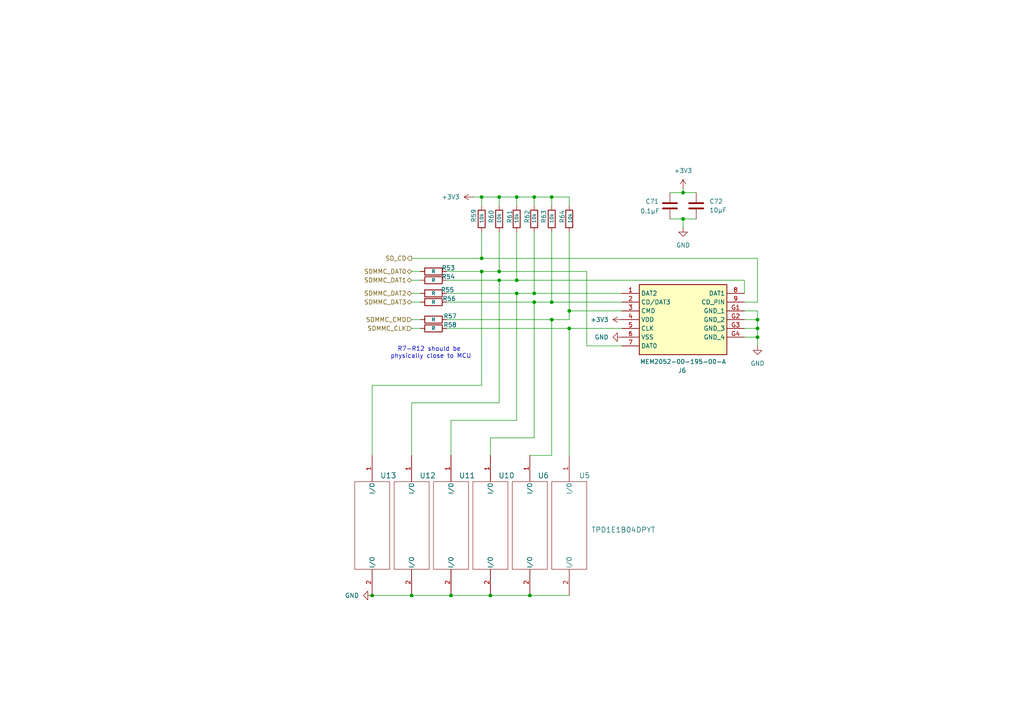
<source format=kicad_sch>
(kicad_sch (version 20250114) (generator "eeschema") (generator_version "9.0")
  (paper "A4")
  (lib_symbols
    (symbol "2025-09-27_10-20-59:TPD1E1B04DPYT" (pin_names (offset 0.254))
      (property "Reference" "U" (at 20.32 10.16 0))
      (property "Value" "TPD1E1B04DPYT" (at 20.32 7.62 0))
      (symbol "TPD1E1B04DPYT_0_1"
        (polyline (pts (xy 7.62 5.08) (xy 7.62 -5.08)) (stroke (width 0.127)))
        (polyline (pts (xy 7.62 -5.08) (xy 33.02 -5.08)) (stroke (width 0.127)))
        (polyline (pts (xy 33.02 5.08) (xy 7.62 5.08)) (stroke (width 0.127)))
        (polyline (pts (xy 33.02 -5.08) (xy 33.02 5.08)) (stroke (width 0.127)))
        (pin unspecified line (at 0 0 0) (length 7.62) (name "I/O") (number "1"))
        (pin unspecified line (at 40.64 0 180) (length 7.62) (name "I/O") (number "2"))
      )
    )
    (symbol "Device:C" (pin_numbers (hide yes)) (pin_names (offset 0.254))
      (property "Reference" "C" (at 0.635 2.54 0))
      (property "Value" "C" (at 0.635 -2.54 0))
      (symbol "C_0_1"
        (polyline (pts (xy -2.032 0.762) (xy 2.032 0.762)) (stroke (width 0.508)))
        (polyline (pts (xy -2.032 -0.762) (xy 2.032 -0.762)) (stroke (width 0.508)))
      )
      (symbol "C_1_1"
        (pin passive line (at 0 3.81 270) (length 2.794) (name "~") (number "1"))
        (pin passive line (at 0 -3.81 90) (length 2.794) (name "~") (number "2"))
      )
    )
    (symbol "Device:R" (pin_numbers (hide yes)) (pin_names (offset 0))
      (property "Reference" "R" (at 2.032 0 90))
      (property "Value" "R" (at 0 0 90))
      (symbol "R_0_1"
        (rectangle (start -1.016 -2.54) (end 1.016 2.54) (stroke (width 0.254)))
      )
      (symbol "R_1_1"
        (pin passive line (at 0 3.81 270) (length 1.27) (name "~") (number "1"))
        (pin passive line (at 0 -3.81 90) (length 1.27) (name "~") (number "2"))
      )
    )
    (symbol "MEM2052-00-195-00-A:MEM2052-00-195-00-A"
      (property "Reference" "J" (at 31.75 7.62 0))
      (property "Value" "MEM2052-00-195-00-A" (at 31.75 5.08 0))
      (symbol "MEM2052-00-195-00-A_1_1"
        (rectangle (start 5.08 2.54) (end 30.48 -17.78) (stroke (width 0.254)) (fill (type background)))
        (pin passive line (at 0 0 0) (length 5.08) (name "DAT2") (number "1"))
        (pin passive line (at 0 -2.54 0) (length 5.08) (name "CD/DAT3") (number "2"))
        (pin passive line (at 0 -5.08 0) (length 5.08) (name "CMD") (number "3"))
        (pin passive line (at 0 -7.62 0) (length 5.08) (name "VDD") (number "4"))
        (pin passive line (at 0 -10.16 0) (length 5.08) (name "CLK") (number "5"))
        (pin passive line (at 0 -12.7 0) (length 5.08) (name "VSS") (number "6"))
        (pin passive line (at 0 -15.24 0) (length 5.08) (name "DAT0") (number "7"))
        (pin passive line (at 35.56 0 180) (length 5.08) (name "DAT1") (number "8"))
        (pin passive line (at 35.56 -2.54 180) (length 5.08) (name "CD_PIN") (number "9"))
        (pin passive line (at 35.56 -5.08 180) (length 5.08) (name "GND_1") (number "G1"))
        (pin passive line (at 35.56 -7.62 180) (length 5.08) (name "GND_2") (number "G2"))
        (pin passive line (at 35.56 -10.16 180) (length 5.08) (name "GND_3") (number "G3"))
        (pin passive line (at 35.56 -12.7 180) (length 5.08) (name "GND_4") (number "G4"))
      )
    )
    (symbol "power:+3V3" (power) (pin_numbers (hide yes)) (pin_names (offset 0) (hide yes))
      (property "Value" "+3V3" (at 0 3.556 0))
      (symbol "+3V3_0_1"
        (polyline (pts (xy -0.762 1.27) (xy 0 2.54)))
        (polyline (pts (xy 0 2.54) (xy 0.762 1.27)))
        (polyline (pts (xy 0 0) (xy 0 2.54)))
      )
      (symbol "+3V3_1_1"
        (pin power_in line (at 0 0 90) (length 0) (name "~") (number "1"))
      )
    )
    (symbol "power:GND" (power) (pin_numbers (hide yes)) (pin_names (offset 0) (hide yes))
      (property "Value" "GND" (at 0 -3.81 0))
      (symbol "GND_0_1"
        (polyline (pts (xy 0 0) (xy 0 -1.27) (xy 1.27 -1.27) (xy 0 -2.54) (xy -1.27 -1.27) (xy 0 -1.27)))
      )
      (symbol "GND_1_1"
        (pin power_in line (at 0 0 270) (length 0) (name "~") (number "1"))
      )
    )
  )
  (text "R7-R12 should be \nphysically close to MCU\n" (at 124.968 102.362 0) (effects (font (size 1.27 1.27))))
  (junction (at 153.67 172.72))
  (junction (at 149.86 81.28))
  (junction (at 154.94 87.63))
  (junction (at 144.78 57.15))
  (junction (at 165.1 90.17))
  (junction (at 142.24 172.72))
  (junction (at 107.95 172.72))
  (junction (at 160.02 92.71))
  (junction (at 219.71 95.25))
  (junction (at 165.1 95.25))
  (junction (at 219.71 92.71))
  (junction (at 139.7 78.74))
  (junction (at 219.71 97.79))
  (junction (at 119.38 172.72))
  (junction (at 154.94 57.15))
  (junction (at 149.86 85.09))
  (junction (at 154.94 85.09))
  (junction (at 144.78 81.28))
  (junction (at 160.02 57.15))
  (junction (at 139.7 74.93))
  (junction (at 144.78 78.74))
  (junction (at 198.12 55.88))
  (junction (at 149.86 57.15))
  (junction (at 130.81 172.72))
  (junction (at 139.7 57.15))
  (junction (at 160.02 87.63))
  (junction (at 198.12 63.5))
  (wire (pts (xy 160.02 92.71) (xy 165.1 92.71)))
  (wire (pts (xy 165.1 67.31) (xy 165.1 90.17)))
  (wire (pts (xy 215.9 97.79) (xy 219.71 97.79)))
  (wire (pts (xy 160.02 57.15) (xy 165.1 57.15)))
  (wire (pts (xy 165.1 90.17) (xy 180.34 90.17)))
  (wire (pts (xy 130.81 172.72) (xy 142.24 172.72)))
  (wire (pts (xy 121.92 78.74) (xy 119.38 78.74)))
  (wire (pts (xy 107.95 132.08) (xy 107.95 111.76)))
  (wire (pts (xy 139.7 78.74) (xy 139.7 111.76)))
  (wire (pts (xy 160.02 57.15) (xy 160.02 59.69)))
  (wire (pts (xy 154.94 67.31) (xy 154.94 85.09)))
  (wire (pts (xy 149.86 81.28) (xy 215.9 81.28)))
  (wire (pts (xy 215.9 90.17) (xy 219.71 90.17)))
  (wire (pts (xy 149.86 85.09) (xy 154.94 85.09)))
  (wire (pts (xy 129.54 87.63) (xy 154.94 87.63)))
  (wire (pts (xy 149.86 57.15) (xy 144.78 57.15)))
  (wire (pts (xy 198.12 63.5) (xy 198.12 66.04)))
  (wire (pts (xy 160.02 67.31) (xy 160.02 87.63)))
  (wire (pts (xy 129.54 81.28) (xy 144.78 81.28)))
  (wire (pts (xy 154.94 87.63) (xy 154.94 127)))
  (wire (pts (xy 219.71 92.71) (xy 219.71 95.25)))
  (wire (pts (xy 149.86 121.92) (xy 130.81 121.92)))
  (wire (pts (xy 144.78 116.84) (xy 119.38 116.84)))
  (wire (pts (xy 165.1 92.71) (xy 165.1 90.17)))
  (wire (pts (xy 194.31 63.5) (xy 198.12 63.5)))
  (wire (pts (xy 160.02 132.08) (xy 153.67 132.08)))
  (wire (pts (xy 119.38 74.93) (xy 139.7 74.93)))
  (wire (pts (xy 129.54 78.74) (xy 139.7 78.74)))
  (wire (pts (xy 215.9 85.09) (xy 215.9 81.28)))
  (wire (pts (xy 165.1 95.25) (xy 165.1 132.08)))
  (wire (pts (xy 139.7 74.93) (xy 219.71 74.93)))
  (wire (pts (xy 154.94 85.09) (xy 180.34 85.09)))
  (wire (pts (xy 121.92 81.28) (xy 119.38 81.28)))
  (wire (pts (xy 154.94 87.63) (xy 160.02 87.63)))
  (wire (pts (xy 201.93 63.5) (xy 198.12 63.5)))
  (wire (pts (xy 129.54 92.71) (xy 160.02 92.71)))
  (wire (pts (xy 165.1 95.25) (xy 180.34 95.25)))
  (wire (pts (xy 144.78 57.15) (xy 144.78 59.69)))
  (wire (pts (xy 119.38 95.25) (xy 121.92 95.25)))
  (wire (pts (xy 144.78 78.74) (xy 170.18 78.74)))
  (wire (pts (xy 154.94 127) (xy 142.24 127)))
  (wire (pts (xy 119.38 172.72) (xy 130.81 172.72)))
  (wire (pts (xy 149.86 57.15) (xy 149.86 59.69)))
  (wire (pts (xy 142.24 172.72) (xy 153.67 172.72)))
  (wire (pts (xy 142.24 127) (xy 142.24 132.08)))
  (wire (pts (xy 119.38 87.63) (xy 121.92 87.63)))
  (wire (pts (xy 170.18 100.33) (xy 170.18 78.74)))
  (wire (pts (xy 139.7 67.31) (xy 139.7 74.93)))
  (wire (pts (xy 160.02 92.71) (xy 160.02 132.08)))
  (wire (pts (xy 180.34 100.33) (xy 170.18 100.33)))
  (wire (pts (xy 119.38 85.09) (xy 121.92 85.09)))
  (wire (pts (xy 137.16 57.15) (xy 139.7 57.15)))
  (wire (pts (xy 198.12 55.88) (xy 201.93 55.88)))
  (wire (pts (xy 219.71 95.25) (xy 219.71 97.79)))
  (wire (pts (xy 160.02 87.63) (xy 180.34 87.63)))
  (wire (pts (xy 215.9 92.71) (xy 219.71 92.71)))
  (wire (pts (xy 153.67 172.72) (xy 165.1 172.72)))
  (wire (pts (xy 165.1 59.69) (xy 165.1 57.15)))
  (wire (pts (xy 149.86 67.31) (xy 149.86 81.28)))
  (wire (pts (xy 194.31 55.88) (xy 198.12 55.88)))
  (wire (pts (xy 198.12 54.61) (xy 198.12 55.88)))
  (wire (pts (xy 139.7 57.15) (xy 144.78 57.15)))
  (wire (pts (xy 144.78 81.28) (xy 144.78 116.84)))
  (wire (pts (xy 219.71 97.79) (xy 219.71 100.33)))
  (wire (pts (xy 121.92 92.71) (xy 119.38 92.71)))
  (wire (pts (xy 130.81 121.92) (xy 130.81 132.08)))
  (wire (pts (xy 219.71 90.17) (xy 219.71 92.71)))
  (wire (pts (xy 139.7 57.15) (xy 139.7 59.69)))
  (wire (pts (xy 144.78 81.28) (xy 149.86 81.28)))
  (wire (pts (xy 215.9 95.25) (xy 219.71 95.25)))
  (wire (pts (xy 149.86 85.09) (xy 149.86 121.92)))
  (wire (pts (xy 215.9 87.63) (xy 219.71 87.63)))
  (wire (pts (xy 129.54 95.25) (xy 165.1 95.25)))
  (wire (pts (xy 129.54 85.09) (xy 149.86 85.09)))
  (wire (pts (xy 154.94 57.15) (xy 154.94 59.69)))
  (wire (pts (xy 154.94 57.15) (xy 160.02 57.15)))
  (wire (pts (xy 139.7 78.74) (xy 144.78 78.74)))
  (wire (pts (xy 107.95 111.76) (xy 139.7 111.76)))
  (wire (pts (xy 107.95 172.72) (xy 119.38 172.72)))
  (wire (pts (xy 149.86 57.15) (xy 154.94 57.15)))
  (wire (pts (xy 144.78 67.31) (xy 144.78 78.74)))
  (wire (pts (xy 219.71 87.63) (xy 219.71 74.93)))
  (wire (pts (xy 119.38 116.84) (xy 119.38 132.08)))
  (hierarchical_label "SDMMC_DAT2" (shape bidirectional) (at 119.38 85.09 180))
  (hierarchical_label "SDMMC_DAT0" (shape bidirectional) (at 119.38 78.74 180))
  (hierarchical_label "SDMMC_CLK" (shape input) (at 119.38 95.25 180))
  (hierarchical_label "SD_CD" (shape output) (at 119.38 74.93 180))
  (hierarchical_label "SDMMC_DAT3" (shape bidirectional) (at 119.38 87.63 180))
  (hierarchical_label "SDMMC_DAT1" (shape bidirectional) (at 119.38 81.28 180))
  (hierarchical_label "SDMMC_CMD" (shape input) (at 119.38 92.71 180))
  (symbol (lib_id "2025-09-27_10-20-59:TPD1E1B04DPYT") (at 119.38 132.08 270) (unit 1)
    (property "Reference" "U12" (at 121.666 137.922 90) (effects (font (size 1.524 1.524)) (justify left)))
    (property "Value" "TPD1E1B04DPYT" (effects (hide yes)))
    (property "Footprint" "Project_Footprints:DPY2_TEX" (effects (hide yes)))
    (property "Datasheet" "https://www.ti.com/lit/gpn/tpd1e1b04" (effects (hide yes)))
  )
  (symbol (lib_id "power:+3V3") (at 137.16 57.15 90) (unit 1)
    (property "Reference" "#PWR073" (effects (hide yes)))
    (property "Value" "+3V3" (at 133.35 57.1499 90) (effects (justify left)))
    (property "Description" "Power symbol creates a global label with name \"+3V3\"" (effects (hide yes)))
  )
  (symbol (lib_id "Device:R") (at 144.78 63.5 0) (unit 1)
    (property "Reference" "R60" (at 142.494 64.77 90) (effects (justify left)))
    (property "Value" "10k" (at 144.78 64.77 90) (effects (font (size 1.016 1.016)) (justify left)))
    (property "Footprint" "Resistor_SMD:R_0805_2012Metric_Pad1.20x1.40mm_HandSolder" (effects (hide yes)))
    (property "Description" "Resistor" (effects (hide yes)))
  )
  (symbol (lib_id "2025-09-27_10-20-59:TPD1E1B04DPYT") (at 107.95 132.08 270) (unit 1)
    (property "Reference" "U13" (at 110.236 137.922 90) (effects (font (size 1.524 1.524)) (justify left)))
    (property "Value" "TPD1E1B04DPYT" (effects (hide yes)))
    (property "Footprint" "Project_Footprints:DPY2_TEX" (effects (hide yes)))
    (property "Datasheet" "https://www.ti.com/lit/gpn/tpd1e1b04" (effects (hide yes)))
  )
  (symbol (lib_id "Device:R") (at 160.02 63.5 0) (unit 1)
    (property "Reference" "R63" (at 157.734 64.77 90) (effects (justify left)))
    (property "Value" "10k" (at 160.02 64.77 90) (effects (font (size 1.016 1.016)) (justify left)))
    (property "Footprint" "Resistor_SMD:R_0805_2012Metric_Pad1.20x1.40mm_HandSolder" (effects (hide yes)))
    (property "Description" "Resistor" (effects (hide yes)))
  )
  (symbol (lib_id "power:GND") (at 180.34 97.79 270) (unit 1)
    (property "Reference" "#PWR075" (effects (hide yes)))
    (property "Value" "GND" (at 176.53 97.7899 90) (effects (justify right)))
    (property "Description" "Power symbol creates a global label with name \"GND\" , ground" (effects (hide yes)))
  )
  (symbol (lib_id "power:+3V3") (at 180.34 92.71 90) (unit 1)
    (property "Reference" "#PWR074" (effects (hide yes)))
    (property "Value" "+3V3" (at 176.53 92.7099 90) (effects (justify left)))
    (property "Description" "Power symbol creates a global label with name \"+3V3\"" (effects (hide yes)))
  )
  (symbol (lib_id "Device:R") (at 125.73 81.28 90) (unit 1)
    (property "Reference" "R54" (at 130.048 80.264 90))
    (property "Value" "R" (at 125.73 81.28 90) (effects (font (size 1.016 1.016))))
    (property "Footprint" "Resistor_SMD:R_0805_2012Metric_Pad1.20x1.40mm_HandSolder" (effects (hide yes)))
    (property "Description" "Resistor" (effects (hide yes)))
  )
  (symbol (lib_id "Device:R") (at 125.73 92.71 90) (unit 1)
    (property "Reference" "R57" (at 130.556 91.694 90))
    (property "Value" "R" (at 125.73 92.71 90) (effects (font (size 1.016 1.016))))
    (property "Footprint" "Resistor_SMD:R_0805_2012Metric_Pad1.20x1.40mm_HandSolder" (effects (hide yes)))
    (property "Description" "Resistor" (effects (hide yes)))
  )
  (symbol (lib_id "power:GND") (at 219.71 100.33 0) (unit 1)
    (property "Reference" "#PWR078" (effects (hide yes)))
    (property "Value" "GND" (at 219.71 105.41 0))
    (property "Description" "Power symbol creates a global label with name \"GND\" , ground" (effects (hide yes)))
  )
  (symbol (lib_id "2025-09-27_10-20-59:TPD1E1B04DPYT") (at 142.24 132.08 270) (unit 1)
    (property "Reference" "U10" (at 144.526 137.922 90) (effects (font (size 1.524 1.524)) (justify left)))
    (property "Value" "TPD1E1B04DPYT" (effects (hide yes)))
    (property "Footprint" "Project_Footprints:DPY2_TEX" (effects (hide yes)))
    (property "Datasheet" "https://www.ti.com/lit/gpn/tpd1e1b04" (effects (hide yes)))
  )
  (symbol (lib_id "Device:R") (at 125.73 78.74 90) (unit 1)
    (property "Reference" "R53" (at 130.048 77.724 90))
    (property "Value" "R" (at 125.73 78.74 90) (effects (font (size 1.016 1.016))))
    (property "Footprint" "Resistor_SMD:R_0805_2012Metric_Pad1.20x1.40mm_HandSolder" (effects (hide yes)))
    (property "Description" "Resistor" (effects (hide yes)))
  )
  (symbol (lib_id "Device:R") (at 149.86 63.5 0) (unit 1)
    (property "Reference" "R61" (at 147.828 64.77 90) (effects (justify left)))
    (property "Value" "10k" (at 149.86 64.77 90) (effects (font (size 1.016 1.016)) (justify left)))
    (property "Footprint" "Resistor_SMD:R_0805_2012Metric_Pad1.20x1.40mm_HandSolder" (effects (hide yes)))
    (property "Description" "Resistor" (effects (hide yes)))
  )
  (symbol (lib_id "Device:R") (at 165.1 63.5 0) (unit 1)
    (property "Reference" "R64" (at 163.068 64.77 90) (effects (justify left)))
    (property "Value" "10k" (at 165.354 64.77 90) (effects (font (size 1.016 1.016)) (justify left)))
    (property "Footprint" "Resistor_SMD:R_0805_2012Metric_Pad1.20x1.40mm_HandSolder" (effects (hide yes)))
    (property "Description" "Resistor" (effects (hide yes)))
  )
  (symbol (lib_id "power:GND") (at 107.95 172.72 270) (unit 1)
    (property "Reference" "#PWR072" (effects (hide yes)))
    (property "Value" "GND" (at 104.14 172.7199 90) (effects (justify right)))
    (property "Description" "Power symbol creates a global label with name \"GND\" , ground" (effects (hide yes)))
  )
  (symbol (lib_id "Device:R") (at 125.73 85.09 90) (unit 1)
    (property "Reference" "R55" (at 129.794 84.074 90))
    (property "Value" "R" (at 125.73 85.09 90) (effects (font (size 1.016 1.016))))
    (property "Footprint" "Resistor_SMD:R_0805_2012Metric_Pad1.20x1.40mm_HandSolder" (effects (hide yes)))
    (property "Description" "Resistor" (effects (hide yes)))
  )
  (symbol (lib_id "power:GND") (at 198.12 66.04 0) (unit 1)
    (property "Reference" "#PWR077" (effects (hide yes)))
    (property "Value" "GND" (at 198.12 71.12 0))
    (property "Description" "Power symbol creates a global label with name \"GND\" , ground" (effects (hide yes)))
  )
  (symbol (lib_id "Device:R") (at 139.7 63.5 0) (unit 1)
    (property "Reference" "R59" (at 137.414 64.516 90) (effects (justify left)))
    (property "Value" "10k" (at 139.7 64.77 90) (effects (font (size 1.016 1.016)) (justify left)))
    (property "Footprint" "Resistor_SMD:R_0805_2012Metric_Pad1.20x1.40mm_HandSolder" (effects (hide yes)))
    (property "Description" "Resistor" (effects (hide yes)))
  )
  (symbol (lib_id "Device:C") (at 194.31 59.69 0) (unit 1)
    (property "Reference" "C71" (at 187.198 58.42 0) (effects (justify left)))
    (property "Value" "0.1 µF" (at 185.674 61.214 0) (effects (justify left)))
    (property "Footprint" "Capacitor_SMD:C_0603_1608Metric_Pad1.08x0.95mm_HandSolder" (effects (hide yes)))
    (property "Description" "Unpolarized capacitor" (effects (hide yes)))
  )
  (symbol (lib_id "2025-09-27_10-20-59:TPD1E1B04DPYT") (at 130.81 132.08 270) (unit 1)
    (property "Reference" "U11" (at 133.096 137.922 90) (effects (font (size 1.524 1.524)) (justify left)))
    (property "Value" "TPD1E1B04DPYT" (effects (hide yes)))
    (property "Footprint" "Project_Footprints:DPY2_TEX" (effects (hide yes)))
    (property "Datasheet" "https://www.ti.com/lit/gpn/tpd1e1b04" (effects (hide yes)))
  )
  (symbol (lib_id "Device:C") (at 201.93 59.69 0) (unit 1)
    (property "Reference" "C72" (at 205.74 58.4199 0) (effects (justify left)))
    (property "Value" "10µF" (at 205.74 60.9599 0) (effects (justify left)))
    (property "Footprint" "Capacitor_SMD:C_1206_3216Metric_Pad1.33x1.80mm_HandSolder" (effects (hide yes)))
    (property "Description" "Unpolarized capacitor" (effects (hide yes)))
  )
  (symbol (lib_id "2025-09-27_10-20-59:TPD1E1B04DPYT") (at 153.67 132.08 270) (unit 1)
    (property "Reference" "U6" (at 155.956 137.922 90) (effects (font (size 1.524 1.524)) (justify left)))
    (property "Value" "TPD1E1B04DPYT" (effects (hide yes)))
    (property "Footprint" "Project_Footprints:DPY2_TEX" (effects (hide yes)))
    (property "Datasheet" "https://www.ti.com/lit/gpn/tpd1e1b04" (effects (hide yes)))
  )
  (symbol (lib_id "Device:R") (at 125.73 95.25 90) (unit 1)
    (property "Reference" "R58" (at 130.556 94.234 90))
    (property "Value" "R" (at 125.73 95.25 90) (effects (font (size 1.016 1.016))))
    (property "Footprint" "Resistor_SMD:R_0805_2012Metric_Pad1.20x1.40mm_HandSolder" (effects (hide yes)))
    (property "Description" "Resistor" (effects (hide yes)))
  )
  (symbol (lib_id "Device:R") (at 125.73 87.63 90) (unit 1)
    (property "Reference" "R56" (at 130.302 86.614 90))
    (property "Value" "R" (at 125.73 87.63 90) (effects (font (size 1.016 1.016))))
    (property "Footprint" "Resistor_SMD:R_0805_2012Metric_Pad1.20x1.40mm_HandSolder" (effects (hide yes)))
    (property "Description" "Resistor" (effects (hide yes)))
  )
  (symbol (lib_id "power:+3V3") (at 198.12 54.61 0) (unit 1)
    (property "Reference" "#PWR076" (effects (hide yes)))
    (property "Value" "+3V3" (at 198.12 49.53 0))
    (property "Description" "Power symbol creates a global label with name \"+3V3\"" (effects (hide yes)))
  )
  (symbol (lib_id "2025-09-27_10-20-59:TPD1E1B04DPYT") (at 165.1 132.08 270) (unit 1)
    (property "Reference" "U5" (at 167.894 137.922 90) (effects (font (size 1.524 1.524)) (justify left)))
    (property "Value" "TPD1E1B04DPYT" (at 171.45 153.6699 90) (effects (font (size 1.524 1.524)) (justify left)))
    (property "Footprint" "Project_Footprints:DPY2_TEX" (effects (hide yes)))
    (property "Datasheet" "https://www.ti.com/lit/gpn/tpd1e1b04" (effects (hide yes)))
  )
  (symbol (lib_id "MEM2052-00-195-00-A:MEM2052-00-195-00-A") (at 180.34 85.09 0) (unit 1)
    (property "Reference" "J6" (at 197.866 107.442 0))
    (property "Value" "MEM2052-00-195-00-A" (at 198.12 104.902 0))
    (property "Footprint" "Project_Footprints:MEM20520019500A" (effects (hide yes)))
    (property "Datasheet" "https://gct.co/files/drawings/MEM2052.pdf" (effects (hide yes)))
    (property "Description" "9 (8 + 1) Position Card Connector Secure Digital - microSD Surface Mount, Right Angle Gold" (effects (hide yes)))
    (property "Height" "2.2" (effects (hide yes)))
    (property "Mouser Part Number" "640-MEM20520019500A" (effects (hide yes)))
    (property "Mouser Price/Stock" "https://www.mouser.co.uk/ProductDetail/GCT/MEM2052-00-195-00-A?qs=Jm2GQyTW%2Fbh7Ze6LKWKWwA%3D%3D" (effects (hide yes)))
    (property "Manufacturer_Name" "GCT (GLOBAL CONNECTOR TECHNOLOGY)" (effects (hide yes)))
    (property "Manufacturer_Part_Number" "MEM2052-00-195-00-A" (effects (hide yes)))
  )
  (symbol (lib_id "Device:R") (at 154.94 63.5 0) (unit 1)
    (property "Reference" "R62" (at 152.908 64.77 90) (effects (justify left)))
    (property "Value" "10k" (at 154.94 64.77 90) (effects (font (size 1.016 1.016)) (justify left)))
    (property "Footprint" "Resistor_SMD:R_0805_2012Metric_Pad1.20x1.40mm_HandSolder" (effects (hide yes)))
    (property "Description" "Resistor" (effects (hide yes)))
  )
)
</source>
